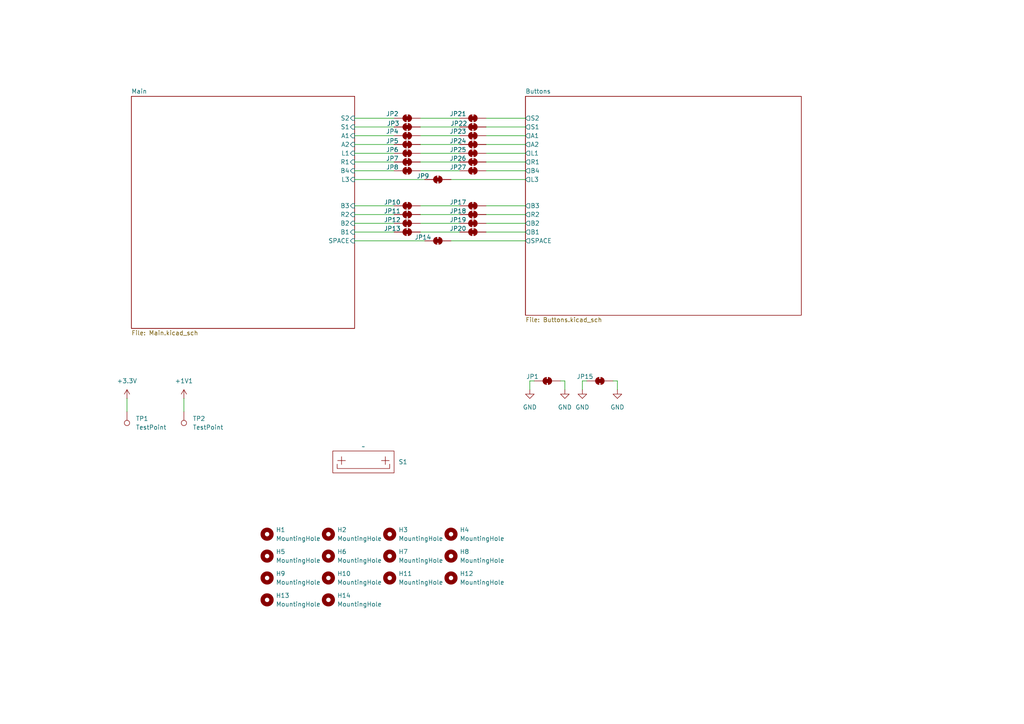
<source format=kicad_sch>
(kicad_sch (version 20231120) (generator "eeschema") (generator_version "8.0")
  (paper "A4")
  (lib_symbols
    (symbol "Connector:TestPoint" (pin_numbers hide) (pin_names (offset 0.762) hide)
      (property "Reference" "TP" (at 0 6.858 0))
      (property "Value" "TestPoint" (at 0 5.08 0))
      (symbol "TestPoint_0_1"
        (circle (center 0 3.302) (radius 0.762))
      )
      (symbol "TestPoint_1_1"
        (pin passive line (at 0 0 90) (length 2.54) (name "1") (number "1"))
      )
    )
    (symbol "Jumper:SolderJumper_2_Bridged" (pin_numbers hide) (pin_names (offset 0) hide) (exclude_from_sim yes) (in_bom no)
      (property "Reference" "JP" (at 0 2.032 0))
      (property "Value" "SolderJumper_2_Bridged" (at 0 -2.54 0))
      (symbol "SolderJumper_2_Bridged_0_1"
        (rectangle (start -0.508 0.508) (end 0.508 -0.508) (fill (type outline)))
        (arc (start -0.254 1.016) (mid -1.2656 0) (end -0.254 -1.016))
        (arc (start -0.254 1.016) (mid -1.2656 0) (end -0.254 -1.016) (fill (type outline)))
        (polyline (pts (xy -0.254 1.016) (xy -0.254 -1.016)))
        (polyline (pts (xy 0.254 1.016) (xy 0.254 -1.016)))
        (arc (start 0.254 -1.016) (mid 1.2656 0) (end 0.254 1.016))
        (arc (start 0.254 -1.016) (mid 1.2656 0) (end 0.254 1.016) (fill (type outline)))
      )
      (symbol "SolderJumper_2_Bridged_1_1"
        (pin passive line (at -3.81 0 0) (length 2.54) (name "A") (number "1"))
        (pin passive line (at 3.81 0 180) (length 2.54) (name "B") (number "2"))
      )
    )
    (symbol "Keyboard:Stabilizer_MX_2u" (in_bom no)
      (property "Reference" "S" (at 0 0 0))
      (symbol "Stabilizer_MX_2u_0_1"
        (rectangle (start -8.89 -1.27) (end 8.89 -7.62))
      )
      (symbol "Stabilizer_MX_2u_1_1"
        (polyline (pts (xy -7.62 -5.08) (xy -7.62 -6.35) (xy 7.62 -6.35) (xy 7.62 -5.08)))
        (text "+" (at -6.35 -3.81 0) (effects (font (size 3 3))))
        (text "+" (at 6.35 -3.81 0) (effects (font (size 3 3))))
      )
    )
    (symbol "Mechanical:MountingHole" (pin_names (offset 1.016)) (exclude_from_sim yes) (in_bom no)
      (property "Reference" "H" (at 0 5.08 0))
      (property "Value" "MountingHole" (at 0 3.175 0))
      (symbol "MountingHole_0_1"
        (circle (center 0 0) (radius 1.27) (stroke (width 1.27)))
      )
    )
    (symbol "power:+1V1" (power) (pin_numbers hide) (pin_names (offset 0) hide)
      (property "Value" "+1V1" (at 0 3.556 0))
      (symbol "+1V1_0_1"
        (polyline (pts (xy -0.762 1.27) (xy 0 2.54)))
        (polyline (pts (xy 0 0) (xy 0 2.54)))
        (polyline (pts (xy 0 2.54) (xy 0.762 1.27)))
      )
      (symbol "+1V1_1_1"
        (pin power_in line (at 0 0 90) (length 0) (name "~") (number "1"))
      )
    )
    (symbol "power:+3.3V" (power) (pin_numbers hide) (pin_names (offset 0) hide)
      (property "Value" "+3.3V" (at 0 3.556 0))
      (symbol "+3.3V_0_1"
        (polyline (pts (xy -0.762 1.27) (xy 0 2.54)))
        (polyline (pts (xy 0 0) (xy 0 2.54)))
        (polyline (pts (xy 0 2.54) (xy 0.762 1.27)))
      )
      (symbol "+3.3V_1_1"
        (pin power_in line (at 0 0 90) (length 0) (name "~") (number "1"))
      )
    )
    (symbol "power:GND" (power) (pin_numbers hide) (pin_names (offset 0) hide)
      (property "Value" "GND" (at 0 -3.81 0))
      (symbol "GND_0_1"
        (polyline (pts (xy 0 0) (xy 0 -1.27) (xy 1.27 -1.27) (xy 0 -2.54) (xy -1.27 -1.27) (xy 0 -1.27)))
      )
      (symbol "GND_1_1"
        (pin power_in line (at 0 0 270) (length 0) (name "~") (number "1"))
      )
    )
  )
  (wire (pts (xy 140.97 39.37) (xy 152.4 39.37)))
  (wire (pts (xy 168.91 110.49) (xy 168.91 113.03)))
  (wire (pts (xy 102.87 41.91) (xy 114.3 41.91)))
  (wire (pts (xy 140.97 41.91) (xy 152.4 41.91)))
  (wire (pts (xy 170.18 110.49) (xy 168.91 110.49)))
  (wire (pts (xy 121.92 59.69) (xy 133.35 59.69)))
  (wire (pts (xy 121.92 36.83) (xy 133.35 36.83)))
  (wire (pts (xy 179.07 110.49) (xy 177.8 110.49)))
  (wire (pts (xy 140.97 34.29) (xy 152.4 34.29)))
  (wire (pts (xy 179.07 113.03) (xy 179.07 110.49)))
  (wire (pts (xy 163.83 113.03) (xy 163.83 110.49)))
  (wire (pts (xy 102.87 44.45) (xy 114.3 44.45)))
  (wire (pts (xy 53.34 115.57) (xy 53.34 119.38)))
  (wire (pts (xy 102.87 59.69) (xy 114.3 59.69)))
  (wire (pts (xy 102.87 46.99) (xy 114.3 46.99)))
  (wire (pts (xy 140.97 62.23) (xy 152.4 62.23)))
  (wire (pts (xy 121.92 34.29) (xy 133.35 34.29)))
  (wire (pts (xy 130.81 69.85) (xy 152.4 69.85)))
  (wire (pts (xy 102.87 67.31) (xy 114.3 67.31)))
  (wire (pts (xy 102.87 62.23) (xy 114.3 62.23)))
  (wire (pts (xy 140.97 59.69) (xy 152.4 59.69)))
  (wire (pts (xy 102.87 36.83) (xy 114.3 36.83)))
  (wire (pts (xy 130.81 52.07) (xy 152.4 52.07)))
  (wire (pts (xy 121.92 39.37) (xy 133.35 39.37)))
  (wire (pts (xy 102.87 39.37) (xy 114.3 39.37)))
  (wire (pts (xy 140.97 67.31) (xy 152.4 67.31)))
  (wire (pts (xy 154.94 110.49) (xy 153.67 110.49)))
  (wire (pts (xy 140.97 64.77) (xy 152.4 64.77)))
  (wire (pts (xy 121.92 46.99) (xy 133.35 46.99)))
  (wire (pts (xy 102.87 34.29) (xy 114.3 34.29)))
  (wire (pts (xy 102.87 69.85) (xy 123.19 69.85)))
  (wire (pts (xy 140.97 36.83) (xy 152.4 36.83)))
  (wire (pts (xy 121.92 41.91) (xy 133.35 41.91)))
  (wire (pts (xy 140.97 44.45) (xy 152.4 44.45)))
  (wire (pts (xy 121.92 64.77) (xy 133.35 64.77)))
  (wire (pts (xy 121.92 62.23) (xy 133.35 62.23)))
  (wire (pts (xy 102.87 64.77) (xy 114.3 64.77)))
  (wire (pts (xy 36.83 115.57) (xy 36.83 119.38)))
  (wire (pts (xy 121.92 44.45) (xy 133.35 44.45)))
  (wire (pts (xy 121.92 49.53) (xy 133.35 49.53)))
  (wire (pts (xy 140.97 49.53) (xy 152.4 49.53)))
  (wire (pts (xy 140.97 46.99) (xy 152.4 46.99)))
  (wire (pts (xy 102.87 49.53) (xy 114.3 49.53)))
  (wire (pts (xy 153.67 110.49) (xy 153.67 113.03)))
  (wire (pts (xy 163.83 110.49) (xy 162.56 110.49)))
  (wire (pts (xy 121.92 67.31) (xy 133.35 67.31)))
  (wire (pts (xy 102.87 52.07) (xy 123.19 52.07)))
  (symbol (lib_id "Mechanical:MountingHole") (at 77.47 167.64 0) (unit 1) (exclude_from_sim yes) (in_bom no)
    (property "Reference" "H9" (at 80.01 166.3699 0) (effects (justify left)))
    (property "Value" "MountingHole" (at 80.01 168.9099 0) (effects (justify left)))
    (property "Footprint" "MountingHole:MountingHole_3.2mm_M3" (effects (hide yes)))
    (property "Description" "Mounting Hole without connection" (effects (hide yes)))
  )
  (symbol (lib_id "power:GND") (at 179.07 113.03 0) (unit 1)
    (property "Reference" "#PWR048" (effects (hide yes)))
    (property "Value" "GND" (at 179.07 118.11 0))
    (property "Description" "Power symbol creates a global label with name \"GND\" , ground" (effects (hide yes)))
  )
  (symbol (lib_id "Mechanical:MountingHole") (at 113.03 161.29 0) (unit 1) (exclude_from_sim yes) (in_bom no)
    (property "Reference" "H7" (at 115.57 160.0199 0) (effects (justify left)))
    (property "Value" "MountingHole" (at 115.57 162.5599 0) (effects (justify left)))
    (property "Footprint" "MountingHole:MountingHole_3.2mm_M3" (effects (hide yes)))
    (property "Description" "Mounting Hole without connection" (effects (hide yes)))
  )
  (symbol (lib_id "Jumper:SolderJumper_2_Bridged") (at 118.11 44.45 0) (unit 1) (exclude_from_sim yes) (in_bom no)
    (property "Reference" "JP6" (at 113.792 43.434 0))
    (property "Value" "SolderJumper_2_Bridged" (effects (hide yes)))
    (property "Footprint" "Fightstick_Library:EdgeSolderJumper-2_P1.3mm_Bridged_RoundedPad1.0x1.5mm" (effects (hide yes)))
    (property "Description" "Solder Jumper, 2-pole, closed/bridged" (effects (hide yes)))
  )
  (symbol (lib_id "Mechanical:MountingHole") (at 95.25 161.29 0) (unit 1) (exclude_from_sim yes) (in_bom no)
    (property "Reference" "H6" (at 97.79 160.0199 0) (effects (justify left)))
    (property "Value" "MountingHole" (at 97.79 162.5599 0) (effects (justify left)))
    (property "Footprint" "MountingHole:MountingHole_3.2mm_M3" (effects (hide yes)))
    (property "Description" "Mounting Hole without connection" (effects (hide yes)))
  )
  (symbol (lib_id "Jumper:SolderJumper_2_Bridged") (at 173.99 110.49 0) (unit 1) (exclude_from_sim yes) (in_bom no)
    (property "Reference" "JP15" (at 169.672 109.22 0))
    (property "Value" "SolderJumper_2_Bridged" (effects (hide yes)))
    (property "Footprint" "Fightstick_Library:EdgeSolderJumper-2_P1.3mm_Bridged_RoundedPad1.0x1.5mm" (effects (hide yes)))
    (property "Description" "Solder Jumper, 2-pole, closed/bridged" (effects (hide yes)))
  )
  (symbol (lib_id "Jumper:SolderJumper_2_Bridged") (at 118.11 36.83 0) (unit 1) (exclude_from_sim yes) (in_bom no)
    (property "Reference" "JP3" (at 114.046 35.814 0))
    (property "Value" "SolderJumper_2_Bridged" (effects (hide yes)))
    (property "Footprint" "Fightstick_Library:EdgeSolderJumper-2_P1.3mm_Bridged_RoundedPad1.0x1.5mm" (effects (hide yes)))
    (property "Description" "Solder Jumper, 2-pole, closed/bridged" (effects (hide yes)))
  )
  (symbol (lib_id "Mechanical:MountingHole") (at 77.47 161.29 0) (unit 1) (exclude_from_sim yes) (in_bom no)
    (property "Reference" "H5" (at 80.01 160.0199 0) (effects (justify left)))
    (property "Value" "MountingHole" (at 80.01 162.5599 0) (effects (justify left)))
    (property "Footprint" "MountingHole:MountingHole_3.2mm_M3" (effects (hide yes)))
    (property "Description" "Mounting Hole without connection" (effects (hide yes)))
  )
  (symbol (lib_id "Jumper:SolderJumper_2_Bridged") (at 118.11 64.77 0) (unit 1) (exclude_from_sim yes) (in_bom no)
    (property "Reference" "JP12" (at 113.792 63.754 0))
    (property "Value" "SolderJumper_2_Bridged" (effects (hide yes)))
    (property "Footprint" "Fightstick_Library:EdgeSolderJumper-2_P1.3mm_Bridged_RoundedPad1.0x1.5mm" (effects (hide yes)))
    (property "Description" "Solder Jumper, 2-pole, closed/bridged" (effects (hide yes)))
  )
  (symbol (lib_id "Mechanical:MountingHole") (at 130.81 154.94 0) (unit 1) (exclude_from_sim yes) (in_bom no)
    (property "Reference" "H4" (at 133.35 153.6699 0) (effects (justify left)))
    (property "Value" "MountingHole" (at 133.35 156.2099 0) (effects (justify left)))
    (property "Footprint" "MountingHole:MountingHole_3.2mm_M3" (effects (hide yes)))
    (property "Description" "Mounting Hole without connection" (effects (hide yes)))
  )
  (symbol (lib_id "Jumper:SolderJumper_2_Bridged") (at 127 69.85 0) (unit 1) (exclude_from_sim yes) (in_bom no)
    (property "Reference" "JP14" (at 122.682 68.834 0))
    (property "Value" "SolderJumper_2_Bridged" (effects (hide yes)))
    (property "Footprint" "Fightstick_Library:EdgeSolderJumper-2_P1.3mm_Bridged_RoundedPad1.0x1.5mm" (effects (hide yes)))
    (property "Description" "Solder Jumper, 2-pole, closed/bridged" (effects (hide yes)))
  )
  (symbol (lib_id "Jumper:SolderJumper_2_Bridged") (at 118.11 41.91 0) (unit 1) (exclude_from_sim yes) (in_bom no)
    (property "Reference" "JP5" (at 113.792 40.894 0))
    (property "Value" "SolderJumper_2_Bridged" (effects (hide yes)))
    (property "Footprint" "Fightstick_Library:EdgeSolderJumper-2_P1.3mm_Bridged_RoundedPad1.0x1.5mm" (effects (hide yes)))
    (property "Description" "Solder Jumper, 2-pole, closed/bridged" (effects (hide yes)))
  )
  (symbol (lib_id "Jumper:SolderJumper_2_Bridged") (at 118.11 62.23 0) (unit 1) (exclude_from_sim yes) (in_bom no)
    (property "Reference" "JP11" (at 113.792 61.214 0))
    (property "Value" "SolderJumper_2_Bridged" (effects (hide yes)))
    (property "Footprint" "Fightstick_Library:EdgeSolderJumper-2_P1.3mm_Bridged_RoundedPad1.0x1.5mm" (effects (hide yes)))
    (property "Description" "Solder Jumper, 2-pole, closed/bridged" (effects (hide yes)))
  )
  (symbol (lib_id "power:+1V1") (at 53.34 115.57 0) (unit 1)
    (property "Reference" "#PWR052" (effects (hide yes)))
    (property "Value" "+1V1" (at 53.34 110.49 0))
    (property "Description" "Power symbol creates a global label with name \"+1V1\"" (effects (hide yes)))
  )
  (symbol (lib_id "Jumper:SolderJumper_2_Bridged") (at 137.16 44.45 0) (unit 1) (exclude_from_sim yes) (in_bom no)
    (property "Reference" "JP25" (at 132.842 43.434 0))
    (property "Value" "SolderJumper_2_Bridged" (effects (hide yes)))
    (property "Footprint" "Fightstick_Library:EdgeSolderJumper-2_P1.3mm_Bridged_RoundedPad1.0x1.5mm" (effects (hide yes)))
    (property "Description" "Solder Jumper, 2-pole, closed/bridged" (effects (hide yes)))
  )
  (symbol (lib_id "Mechanical:MountingHole") (at 95.25 173.99 0) (unit 1) (exclude_from_sim yes) (in_bom no)
    (property "Reference" "H14" (at 97.79 172.7199 0) (effects (justify left)))
    (property "Value" "MountingHole" (at 97.79 175.2599 0) (effects (justify left)))
    (property "Footprint" "MountingHole:MountingHole_3.2mm_M3" (effects (hide yes)))
    (property "Description" "Mounting Hole without connection" (effects (hide yes)))
  )
  (symbol (lib_id "Jumper:SolderJumper_2_Bridged") (at 137.16 59.69 0) (unit 1) (exclude_from_sim yes) (in_bom no)
    (property "Reference" "JP17" (at 132.842 58.674 0))
    (property "Value" "SolderJumper_2_Bridged" (effects (hide yes)))
    (property "Footprint" "Fightstick_Library:EdgeSolderJumper-2_P1.3mm_Bridged_RoundedPad1.0x1.5mm" (effects (hide yes)))
    (property "Description" "Solder Jumper, 2-pole, closed/bridged" (effects (hide yes)))
  )
  (symbol (lib_id "Jumper:SolderJumper_2_Bridged") (at 118.11 49.53 0) (unit 1) (exclude_from_sim yes) (in_bom no)
    (property "Reference" "JP8" (at 113.792 48.514 0))
    (property "Value" "SolderJumper_2_Bridged" (effects (hide yes)))
    (property "Footprint" "Fightstick_Library:EdgeSolderJumper-2_P1.3mm_Bridged_RoundedPad1.0x1.5mm" (effects (hide yes)))
    (property "Description" "Solder Jumper, 2-pole, closed/bridged" (effects (hide yes)))
  )
  (symbol (lib_id "Jumper:SolderJumper_2_Bridged") (at 118.11 46.99 0) (unit 1) (exclude_from_sim yes) (in_bom no)
    (property "Reference" "JP7" (at 113.792 45.974 0))
    (property "Value" "SolderJumper_2_Bridged" (effects (hide yes)))
    (property "Footprint" "Fightstick_Library:EdgeSolderJumper-2_P1.3mm_Bridged_RoundedPad1.0x1.5mm" (effects (hide yes)))
    (property "Description" "Solder Jumper, 2-pole, closed/bridged" (effects (hide yes)))
  )
  (symbol (lib_id "Mechanical:MountingHole") (at 95.25 154.94 0) (unit 1) (exclude_from_sim yes) (in_bom no)
    (property "Reference" "H2" (at 97.79 153.6699 0) (effects (justify left)))
    (property "Value" "MountingHole" (at 97.79 156.2099 0) (effects (justify left)))
    (property "Footprint" "MountingHole:MountingHole_3.2mm_M3" (effects (hide yes)))
    (property "Description" "Mounting Hole without connection" (effects (hide yes)))
  )
  (symbol (lib_id "power:GND") (at 168.91 113.03 0) (unit 1)
    (property "Reference" "#PWR047" (effects (hide yes)))
    (property "Value" "GND" (at 168.91 118.11 0))
    (property "Description" "Power symbol creates a global label with name \"GND\" , ground" (effects (hide yes)))
  )
  (symbol (lib_id "Jumper:SolderJumper_2_Bridged") (at 137.16 67.31 0) (unit 1) (exclude_from_sim yes) (in_bom no)
    (property "Reference" "JP20" (at 132.842 66.294 0))
    (property "Value" "SolderJumper_2_Bridged" (effects (hide yes)))
    (property "Footprint" "Fightstick_Library:EdgeSolderJumper-2_P1.3mm_Bridged_RoundedPad1.0x1.5mm" (effects (hide yes)))
    (property "Description" "Solder Jumper, 2-pole, closed/bridged" (effects (hide yes)))
  )
  (symbol (lib_id "Mechanical:MountingHole") (at 113.03 167.64 0) (unit 1) (exclude_from_sim yes) (in_bom no)
    (property "Reference" "H11" (at 115.57 166.3699 0) (effects (justify left)))
    (property "Value" "MountingHole" (at 115.57 168.9099 0) (effects (justify left)))
    (property "Footprint" "MountingHole:MountingHole_3.2mm_M3" (effects (hide yes)))
    (property "Description" "Mounting Hole without connection" (effects (hide yes)))
  )
  (symbol (lib_id "Jumper:SolderJumper_2_Bridged") (at 137.16 49.53 0) (unit 1) (exclude_from_sim yes) (in_bom no)
    (property "Reference" "JP27" (at 132.842 48.514 0))
    (property "Value" "SolderJumper_2_Bridged" (effects (hide yes)))
    (property "Footprint" "Fightstick_Library:EdgeSolderJumper-2_P1.3mm_Bridged_RoundedPad1.0x1.5mm" (effects (hide yes)))
    (property "Description" "Solder Jumper, 2-pole, closed/bridged" (effects (hide yes)))
  )
  (symbol (lib_id "Jumper:SolderJumper_2_Bridged") (at 137.16 41.91 0) (unit 1) (exclude_from_sim yes) (in_bom no)
    (property "Reference" "JP24" (at 132.842 40.894 0))
    (property "Value" "SolderJumper_2_Bridged" (effects (hide yes)))
    (property "Footprint" "Fightstick_Library:EdgeSolderJumper-2_P1.3mm_Bridged_RoundedPad1.0x1.5mm" (effects (hide yes)))
    (property "Description" "Solder Jumper, 2-pole, closed/bridged" (effects (hide yes)))
  )
  (symbol (lib_id "Mechanical:MountingHole") (at 77.47 173.99 0) (unit 1) (exclude_from_sim yes) (in_bom no)
    (property "Reference" "H13" (at 80.01 172.7199 0) (effects (justify left)))
    (property "Value" "MountingHole" (at 80.01 175.2599 0) (effects (justify left)))
    (property "Footprint" "MountingHole:MountingHole_3.2mm_M3" (effects (hide yes)))
    (property "Description" "Mounting Hole without connection" (effects (hide yes)))
  )
  (symbol (lib_id "Jumper:SolderJumper_2_Bridged") (at 137.16 64.77 0) (unit 1) (exclude_from_sim yes) (in_bom no)
    (property "Reference" "JP19" (at 132.842 63.754 0))
    (property "Value" "SolderJumper_2_Bridged" (effects (hide yes)))
    (property "Footprint" "Fightstick_Library:EdgeSolderJumper-2_P1.3mm_Bridged_RoundedPad1.0x1.5mm" (effects (hide yes)))
    (property "Description" "Solder Jumper, 2-pole, closed/bridged" (effects (hide yes)))
  )
  (symbol (lib_id "power:GND") (at 153.67 113.03 0) (unit 1)
    (property "Reference" "#PWR045" (effects (hide yes)))
    (property "Value" "GND" (at 153.67 118.11 0))
    (property "Description" "Power symbol creates a global label with name \"GND\" , ground" (effects (hide yes)))
  )
  (symbol (lib_id "power:+3.3V") (at 36.83 115.57 0) (unit 1)
    (property "Reference" "#PWR051" (effects (hide yes)))
    (property "Value" "+3.3V" (at 36.83 110.49 0))
    (property "Description" "Power symbol creates a global label with name \"+3.3V\"" (effects (hide yes)))
  )
  (symbol (lib_id "Mechanical:MountingHole") (at 130.81 167.64 0) (unit 1) (exclude_from_sim yes) (in_bom no)
    (property "Reference" "H12" (at 133.35 166.3699 0) (effects (justify left)))
    (property "Value" "MountingHole" (at 133.35 168.9099 0) (effects (justify left)))
    (property "Footprint" "MountingHole:MountingHole_3.2mm_M3" (effects (hide yes)))
    (property "Description" "Mounting Hole without connection" (effects (hide yes)))
  )
  (symbol (lib_id "Mechanical:MountingHole") (at 77.47 154.94 0) (unit 1) (exclude_from_sim yes) (in_bom no)
    (property "Reference" "H1" (at 80.01 153.6699 0) (effects (justify left)))
    (property "Value" "MountingHole" (at 80.01 156.2099 0) (effects (justify left)))
    (property "Footprint" "MountingHole:MountingHole_3.2mm_M3" (effects (hide yes)))
    (property "Description" "Mounting Hole without connection" (effects (hide yes)))
  )
  (symbol (lib_id "Jumper:SolderJumper_2_Bridged") (at 118.11 67.31 0) (unit 1) (exclude_from_sim yes) (in_bom no)
    (property "Reference" "JP13" (at 113.792 66.294 0))
    (property "Value" "SolderJumper_2_Bridged" (effects (hide yes)))
    (property "Footprint" "Fightstick_Library:EdgeSolderJumper-2_P1.3mm_Bridged_RoundedPad1.0x1.5mm" (effects (hide yes)))
    (property "Description" "Solder Jumper, 2-pole, closed/bridged" (effects (hide yes)))
  )
  (symbol (lib_id "Jumper:SolderJumper_2_Bridged") (at 118.11 39.37 0) (unit 1) (exclude_from_sim yes) (in_bom no)
    (property "Reference" "JP4" (at 113.792 38.1 0))
    (property "Value" "SolderJumper_2_Bridged" (effects (hide yes)))
    (property "Footprint" "Fightstick_Library:EdgeSolderJumper-2_P1.3mm_Bridged_RoundedPad1.0x1.5mm" (effects (hide yes)))
    (property "Description" "Solder Jumper, 2-pole, closed/bridged" (effects (hide yes)))
  )
  (symbol (lib_id "Connector:TestPoint") (at 36.83 119.38 180) (unit 1) (in_bom no)
    (property "Reference" "TP1" (at 39.37 121.4119 0) (effects (justify right)))
    (property "Value" "TestPoint" (at 39.37 123.9519 0) (effects (justify right)))
    (property "Footprint" "TestPoint:TestPoint_THTPad_1.0x1.0mm_Drill0.5mm" (effects (hide yes)))
    (property "Description" "test point" (effects (hide yes)))
  )
  (symbol (lib_id "Jumper:SolderJumper_2_Bridged") (at 137.16 34.29 0) (unit 1) (exclude_from_sim yes) (in_bom no)
    (property "Reference" "JP21" (at 132.842 33.02 0))
    (property "Value" "SolderJumper_2_Bridged" (effects (hide yes)))
    (property "Footprint" "Fightstick_Library:EdgeSolderJumper-2_P1.3mm_Bridged_RoundedPad1.0x1.5mm" (effects (hide yes)))
    (property "Description" "Solder Jumper, 2-pole, closed/bridged" (effects (hide yes)))
  )
  (symbol (lib_id "Jumper:SolderJumper_2_Bridged") (at 158.75 110.49 0) (unit 1) (exclude_from_sim yes) (in_bom no)
    (property "Reference" "JP1" (at 154.432 109.22 0))
    (property "Value" "SolderJumper_2_Bridged" (effects (hide yes)))
    (property "Footprint" "Fightstick_Library:EdgeSolderJumper-2_P1.3mm_Bridged_RoundedPad1.0x1.5mm" (effects (hide yes)))
    (property "Description" "Solder Jumper, 2-pole, closed/bridged" (effects (hide yes)))
  )
  (symbol (lib_id "power:GND") (at 163.83 113.03 0) (unit 1)
    (property "Reference" "#PWR046" (effects (hide yes)))
    (property "Value" "GND" (at 163.83 118.11 0))
    (property "Description" "Power symbol creates a global label with name \"GND\" , ground" (effects (hide yes)))
  )
  (symbol (lib_id "Jumper:SolderJumper_2_Bridged") (at 137.16 39.37 0) (unit 1) (exclude_from_sim yes) (in_bom no)
    (property "Reference" "JP23" (at 132.842 38.1 0))
    (property "Value" "SolderJumper_2_Bridged" (effects (hide yes)))
    (property "Footprint" "Fightstick_Library:EdgeSolderJumper-2_P1.3mm_Bridged_RoundedPad1.0x1.5mm" (effects (hide yes)))
    (property "Description" "Solder Jumper, 2-pole, closed/bridged" (effects (hide yes)))
  )
  (symbol (lib_id "Jumper:SolderJumper_2_Bridged") (at 137.16 62.23 0) (unit 1) (exclude_from_sim yes) (in_bom no)
    (property "Reference" "JP18" (at 132.842 61.214 0))
    (property "Value" "SolderJumper_2_Bridged" (effects (hide yes)))
    (property "Footprint" "Fightstick_Library:EdgeSolderJumper-2_P1.3mm_Bridged_RoundedPad1.0x1.5mm" (effects (hide yes)))
    (property "Description" "Solder Jumper, 2-pole, closed/bridged" (effects (hide yes)))
  )
  (symbol (lib_id "Keyboard:Stabilizer_MX_2u") (at 105.41 129.54 0) (unit 1) (in_bom no)
    (property "Reference" "S1" (at 115.57 133.985 0) (effects (justify left)))
    (property "Value" "~" (at 105.41 129.54 0))
    (property "Footprint" "PCM_Mounting_Keyboard_Stabilizer:Stabilizer_Cherry_MX_2.00u" (effects (hide yes)))
  )
  (symbol (lib_id "Connector:TestPoint") (at 53.34 119.38 180) (unit 1) (in_bom no)
    (property "Reference" "TP2" (at 55.88 121.4119 0) (effects (justify right)))
    (property "Value" "TestPoint" (at 55.88 123.9519 0) (effects (justify right)))
    (property "Footprint" "TestPoint:TestPoint_THTPad_1.0x1.0mm_Drill0.5mm" (effects (hide yes)))
    (property "Description" "test point" (effects (hide yes)))
  )
  (symbol (lib_id "Jumper:SolderJumper_2_Bridged") (at 118.11 34.29 0) (unit 1) (exclude_from_sim yes) (in_bom no)
    (property "Reference" "JP2" (at 113.792 33.02 0))
    (property "Value" "SolderJumper_2_Bridged" (effects (hide yes)))
    (property "Footprint" "Fightstick_Library:EdgeSolderJumper-2_P1.3mm_Bridged_RoundedPad1.0x1.5mm" (effects (hide yes)))
    (property "Description" "Solder Jumper, 2-pole, closed/bridged" (effects (hide yes)))
  )
  (symbol (lib_id "Jumper:SolderJumper_2_Bridged") (at 127 52.07 0) (unit 1) (exclude_from_sim yes) (in_bom no)
    (property "Reference" "JP9" (at 122.682 51.054 0))
    (property "Value" "SolderJumper_2_Bridged" (effects (hide yes)))
    (property "Footprint" "Fightstick_Library:EdgeSolderJumper-2_P1.3mm_Bridged_RoundedPad1.0x1.5mm" (effects (hide yes)))
    (property "Description" "Solder Jumper, 2-pole, closed/bridged" (effects (hide yes)))
  )
  (symbol (lib_id "Mechanical:MountingHole") (at 95.25 167.64 0) (unit 1) (exclude_from_sim yes) (in_bom no)
    (property "Reference" "H10" (at 97.79 166.3699 0) (effects (justify left)))
    (property "Value" "MountingHole" (at 97.79 168.9099 0) (effects (justify left)))
    (property "Footprint" "MountingHole:MountingHole_3.2mm_M3" (effects (hide yes)))
    (property "Description" "Mounting Hole without connection" (effects (hide yes)))
  )
  (symbol (lib_id "Mechanical:MountingHole") (at 113.03 154.94 0) (unit 1) (exclude_from_sim yes) (in_bom no)
    (property "Reference" "H3" (at 115.57 153.6699 0) (effects (justify left)))
    (property "Value" "MountingHole" (at 115.57 156.2099 0) (effects (justify left)))
    (property "Footprint" "MountingHole:MountingHole_3.2mm_M3" (effects (hide yes)))
    (property "Description" "Mounting Hole without connection" (effects (hide yes)))
  )
  (symbol (lib_id "Jumper:SolderJumper_2_Bridged") (at 118.11 59.69 0) (unit 1) (exclude_from_sim yes) (in_bom no)
    (property "Reference" "JP10" (at 113.792 58.674 0))
    (property "Value" "SolderJumper_2_Bridged" (effects (hide yes)))
    (property "Footprint" "Fightstick_Library:EdgeSolderJumper-2_P1.3mm_Bridged_RoundedPad1.0x1.5mm" (effects (hide yes)))
    (property "Description" "Solder Jumper, 2-pole, closed/bridged" (effects (hide yes)))
  )
  (symbol (lib_id "Mechanical:MountingHole") (at 130.81 161.29 0) (unit 1) (exclude_from_sim yes) (in_bom no)
    (property "Reference" "H8" (at 133.35 160.0199 0) (effects (justify left)))
    (property "Value" "MountingHole" (at 133.35 162.5599 0) (effects (justify left)))
    (property "Footprint" "MountingHole:MountingHole_3.2mm_M3" (effects (hide yes)))
    (property "Description" "Mounting Hole without connection" (effects (hide yes)))
  )
  (symbol (lib_id "Jumper:SolderJumper_2_Bridged") (at 137.16 36.83 0) (unit 1) (exclude_from_sim yes) (in_bom no)
    (property "Reference" "JP22" (at 133.096 35.814 0))
    (property "Value" "SolderJumper_2_Bridged" (effects (hide yes)))
    (property "Footprint" "Fightstick_Library:EdgeSolderJumper-2_P1.3mm_Bridged_RoundedPad1.0x1.5mm" (effects (hide yes)))
    (property "Description" "Solder Jumper, 2-pole, closed/bridged" (effects (hide yes)))
  )
  (symbol (lib_id "Jumper:SolderJumper_2_Bridged") (at 137.16 46.99 0) (unit 1) (exclude_from_sim yes) (in_bom no)
    (property "Reference" "JP26" (at 132.842 45.974 0))
    (property "Value" "SolderJumper_2_Bridged" (effects (hide yes)))
    (property "Footprint" "Fightstick_Library:EdgeSolderJumper-2_P1.3mm_Bridged_RoundedPad1.0x1.5mm" (effects (hide yes)))
    (property "Description" "Solder Jumper, 2-pole, closed/bridged" (effects (hide yes)))
  )
  (sheet (at 38.1 27.94) (size 64.77 67.31) (stroke (width 0.1524))
    (property "Sheetname" "Main" (at 38.1 27.2284 0) (effects (justify left bottom)))
    (property "Sheetfile" "Main.kicad_sch" (at 38.1 95.8346 0) (effects (justify left top)))
    (pin "A2" input (at 102.87 41.91 0))
    (pin "R1" input (at 102.87 46.99 0))
    (pin "B3" input (at 102.87 59.69 0))
    (pin "L3" input (at 102.87 52.07 0))
    (pin "R2" input (at 102.87 62.23 0))
    (pin "B2" input (at 102.87 64.77 0))
    (pin "B4" input (at 102.87 49.53 0))
    (pin "B1" input (at 102.87 67.31 0))
    (pin "L1" input (at 102.87 44.45 0))
    (pin "A1" input (at 102.87 39.37 0))
    (pin "S2" input (at 102.87 34.29 0))
    (pin "S1" input (at 102.87 36.83 0))
    (pin "SPACE" input (at 102.87 69.85 0))
  )
  (sheet (at 152.4 27.94) (size 80.01 63.5) (stroke (width 0.1524))
    (property "Sheetname" "Buttons" (at 152.4 27.2284 0) (effects (justify left bottom)))
    (property "Sheetfile" "Buttons.kicad_sch" (at 152.4 92.0246 0) (effects (justify left top)))
    (pin "A2" output (at 152.4 41.91 180))
    (pin "A1" output (at 152.4 39.37 180))
    (pin "L1" output (at 152.4 44.45 180))
    (pin "B2" output (at 152.4 64.77 180))
    (pin "B4" output (at 152.4 49.53 180))
    (pin "B3" output (at 152.4 59.69 180))
    (pin "L3" output (at 152.4 52.07 180))
    (pin "B1" output (at 152.4 67.31 180))
    (pin "R1" output (at 152.4 46.99 180))
    (pin "S1" output (at 152.4 36.83 180))
    (pin "R2" output (at 152.4 62.23 180))
    (pin "S2" output (at 152.4 34.29 180))
    (pin "SPACE" output (at 152.4 69.85 180))
  )
)
</source>
